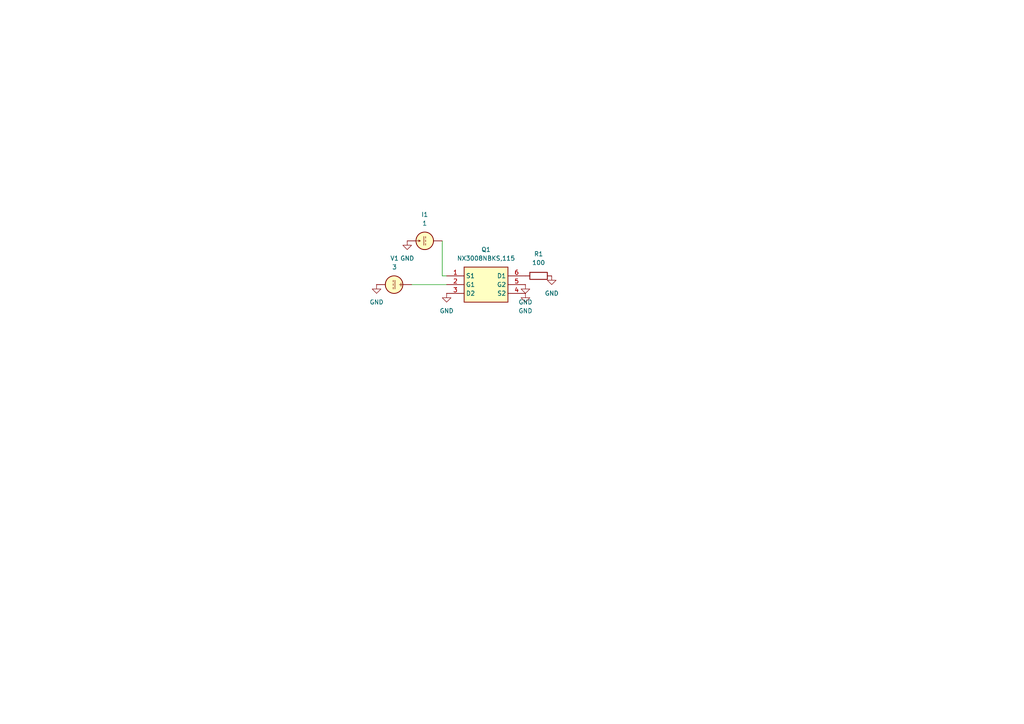
<source format=kicad_sch>
(kicad_sch
	(version 20250114)
	(generator "eeschema")
	(generator_version "9.0")
	(uuid "928f87b2-5262-4c59-90f0-537d3b38a74e")
	(paper "A4")
	(lib_symbols
		(symbol "Device:R"
			(pin_numbers
				(hide yes)
			)
			(pin_names
				(offset 0)
			)
			(exclude_from_sim no)
			(in_bom yes)
			(on_board yes)
			(property "Reference" "R"
				(at 2.032 0 90)
				(effects
					(font
						(size 1.27 1.27)
					)
				)
			)
			(property "Value" "R"
				(at 0 0 90)
				(effects
					(font
						(size 1.27 1.27)
					)
				)
			)
			(property "Footprint" ""
				(at -1.778 0 90)
				(effects
					(font
						(size 1.27 1.27)
					)
					(hide yes)
				)
			)
			(property "Datasheet" "~"
				(at 0 0 0)
				(effects
					(font
						(size 1.27 1.27)
					)
					(hide yes)
				)
			)
			(property "Description" "Resistor"
				(at 0 0 0)
				(effects
					(font
						(size 1.27 1.27)
					)
					(hide yes)
				)
			)
			(property "ki_keywords" "R res resistor"
				(at 0 0 0)
				(effects
					(font
						(size 1.27 1.27)
					)
					(hide yes)
				)
			)
			(property "ki_fp_filters" "R_*"
				(at 0 0 0)
				(effects
					(font
						(size 1.27 1.27)
					)
					(hide yes)
				)
			)
			(symbol "R_0_1"
				(rectangle
					(start -1.016 -2.54)
					(end 1.016 2.54)
					(stroke
						(width 0.254)
						(type default)
					)
					(fill
						(type none)
					)
				)
			)
			(symbol "R_1_1"
				(pin passive line
					(at 0 3.81 270)
					(length 1.27)
					(name "~"
						(effects
							(font
								(size 1.27 1.27)
							)
						)
					)
					(number "1"
						(effects
							(font
								(size 1.27 1.27)
							)
						)
					)
				)
				(pin passive line
					(at 0 -3.81 90)
					(length 1.27)
					(name "~"
						(effects
							(font
								(size 1.27 1.27)
							)
						)
					)
					(number "2"
						(effects
							(font
								(size 1.27 1.27)
							)
						)
					)
				)
			)
			(embedded_fonts no)
		)
		(symbol "Simulation_SPICE:IDC"
			(pin_numbers
				(hide yes)
			)
			(pin_names
				(offset 0.0254)
			)
			(exclude_from_sim no)
			(in_bom yes)
			(on_board yes)
			(property "Reference" "I"
				(at 2.54 2.54 0)
				(effects
					(font
						(size 1.27 1.27)
					)
					(justify left)
				)
			)
			(property "Value" "1"
				(at 2.54 0 0)
				(effects
					(font
						(size 1.27 1.27)
					)
					(justify left)
				)
			)
			(property "Footprint" ""
				(at 0 0 0)
				(effects
					(font
						(size 1.27 1.27)
					)
					(hide yes)
				)
			)
			(property "Datasheet" "https://ngspice.sourceforge.io/docs/ngspice-html-manual/manual.xhtml#sec_Independent_Sources_for"
				(at 0 0 0)
				(effects
					(font
						(size 1.27 1.27)
					)
					(hide yes)
				)
			)
			(property "Description" "Current source, DC"
				(at 0 0 0)
				(effects
					(font
						(size 1.27 1.27)
					)
					(hide yes)
				)
			)
			(property "Sim.Pins" "1=+ 2=-"
				(at 0 0 0)
				(effects
					(font
						(size 1.27 1.27)
					)
					(hide yes)
				)
			)
			(property "Sim.Type" "DC"
				(at 0 0 0)
				(effects
					(font
						(size 1.27 1.27)
					)
					(hide yes)
				)
			)
			(property "Sim.Device" "I"
				(at 0 0 0)
				(effects
					(font
						(size 1.27 1.27)
					)
					(hide yes)
				)
			)
			(property "ki_keywords" "simulation"
				(at 0 0 0)
				(effects
					(font
						(size 1.27 1.27)
					)
					(hide yes)
				)
			)
			(symbol "IDC_0_0"
				(polyline
					(pts
						(xy -1.27 0.254) (xy 1.27 0.254)
					)
					(stroke
						(width 0)
						(type default)
					)
					(fill
						(type none)
					)
				)
				(polyline
					(pts
						(xy -0.762 -0.254) (xy -1.27 -0.254)
					)
					(stroke
						(width 0)
						(type default)
					)
					(fill
						(type none)
					)
				)
				(polyline
					(pts
						(xy 0.254 -0.254) (xy -0.254 -0.254)
					)
					(stroke
						(width 0)
						(type default)
					)
					(fill
						(type none)
					)
				)
				(polyline
					(pts
						(xy 1.27 -0.254) (xy 0.762 -0.254)
					)
					(stroke
						(width 0)
						(type default)
					)
					(fill
						(type none)
					)
				)
			)
			(symbol "IDC_0_1"
				(polyline
					(pts
						(xy -0.254 1.778) (xy 0 1.27) (xy 0.254 1.778)
					)
					(stroke
						(width 0)
						(type default)
					)
					(fill
						(type none)
					)
				)
				(polyline
					(pts
						(xy 0 1.27) (xy 0 2.286)
					)
					(stroke
						(width 0)
						(type default)
					)
					(fill
						(type none)
					)
				)
				(circle
					(center 0 0)
					(radius 2.54)
					(stroke
						(width 0.254)
						(type default)
					)
					(fill
						(type background)
					)
				)
			)
			(symbol "IDC_1_1"
				(pin passive line
					(at 0 5.08 270)
					(length 2.54)
					(name "~"
						(effects
							(font
								(size 1.27 1.27)
							)
						)
					)
					(number "1"
						(effects
							(font
								(size 1.27 1.27)
							)
						)
					)
				)
				(pin passive line
					(at 0 -5.08 90)
					(length 2.54)
					(name "~"
						(effects
							(font
								(size 1.27 1.27)
							)
						)
					)
					(number "2"
						(effects
							(font
								(size 1.27 1.27)
							)
						)
					)
				)
			)
			(embedded_fonts no)
		)
		(symbol "Simulation_SPICE:VDC"
			(pin_numbers
				(hide yes)
			)
			(pin_names
				(offset 0.0254)
			)
			(exclude_from_sim no)
			(in_bom yes)
			(on_board yes)
			(property "Reference" "V"
				(at 2.54 2.54 0)
				(effects
					(font
						(size 1.27 1.27)
					)
					(justify left)
				)
			)
			(property "Value" "1"
				(at 2.54 0 0)
				(effects
					(font
						(size 1.27 1.27)
					)
					(justify left)
				)
			)
			(property "Footprint" ""
				(at 0 0 0)
				(effects
					(font
						(size 1.27 1.27)
					)
					(hide yes)
				)
			)
			(property "Datasheet" "https://ngspice.sourceforge.io/docs/ngspice-html-manual/manual.xhtml#sec_Independent_Sources_for"
				(at 0 0 0)
				(effects
					(font
						(size 1.27 1.27)
					)
					(hide yes)
				)
			)
			(property "Description" "Voltage source, DC"
				(at 0 0 0)
				(effects
					(font
						(size 1.27 1.27)
					)
					(hide yes)
				)
			)
			(property "Sim.Pins" "1=+ 2=-"
				(at 0 0 0)
				(effects
					(font
						(size 1.27 1.27)
					)
					(hide yes)
				)
			)
			(property "Sim.Type" "DC"
				(at 0 0 0)
				(effects
					(font
						(size 1.27 1.27)
					)
					(hide yes)
				)
			)
			(property "Sim.Device" "V"
				(at 0 0 0)
				(effects
					(font
						(size 1.27 1.27)
					)
					(justify left)
					(hide yes)
				)
			)
			(property "ki_keywords" "simulation"
				(at 0 0 0)
				(effects
					(font
						(size 1.27 1.27)
					)
					(hide yes)
				)
			)
			(symbol "VDC_0_0"
				(polyline
					(pts
						(xy -1.27 0.254) (xy 1.27 0.254)
					)
					(stroke
						(width 0)
						(type default)
					)
					(fill
						(type none)
					)
				)
				(polyline
					(pts
						(xy -0.762 -0.254) (xy -1.27 -0.254)
					)
					(stroke
						(width 0)
						(type default)
					)
					(fill
						(type none)
					)
				)
				(polyline
					(pts
						(xy 0.254 -0.254) (xy -0.254 -0.254)
					)
					(stroke
						(width 0)
						(type default)
					)
					(fill
						(type none)
					)
				)
				(polyline
					(pts
						(xy 1.27 -0.254) (xy 0.762 -0.254)
					)
					(stroke
						(width 0)
						(type default)
					)
					(fill
						(type none)
					)
				)
				(text "+"
					(at 0 1.905 0)
					(effects
						(font
							(size 1.27 1.27)
						)
					)
				)
			)
			(symbol "VDC_0_1"
				(circle
					(center 0 0)
					(radius 2.54)
					(stroke
						(width 0.254)
						(type default)
					)
					(fill
						(type background)
					)
				)
			)
			(symbol "VDC_1_1"
				(pin passive line
					(at 0 5.08 270)
					(length 2.54)
					(name "~"
						(effects
							(font
								(size 1.27 1.27)
							)
						)
					)
					(number "1"
						(effects
							(font
								(size 1.27 1.27)
							)
						)
					)
				)
				(pin passive line
					(at 0 -5.08 90)
					(length 2.54)
					(name "~"
						(effects
							(font
								(size 1.27 1.27)
							)
						)
					)
					(number "2"
						(effects
							(font
								(size 1.27 1.27)
							)
						)
					)
				)
			)
			(embedded_fonts no)
		)
		(symbol "custom:NX3008NBKS,115"
			(exclude_from_sim no)
			(in_bom yes)
			(on_board yes)
			(property "Reference" "Q"
				(at 19.05 7.62 0)
				(effects
					(font
						(size 1.27 1.27)
					)
					(justify left top)
				)
			)
			(property "Value" "NX3008NBKS,115"
				(at 19.05 5.08 0)
				(effects
					(font
						(size 1.27 1.27)
					)
					(justify left top)
				)
			)
			(property "Footprint" "custom:SOT65P210X110-6N"
				(at 19.05 -94.92 0)
				(effects
					(font
						(size 1.27 1.27)
					)
					(justify left top)
					(hide yes)
				)
			)
			(property "Datasheet" "https://assets.nexperia.com/documents/data-sheet/NX3008NBKS.pdf"
				(at 19.05 -194.92 0)
				(effects
					(font
						(size 1.27 1.27)
					)
					(justify left top)
					(hide yes)
				)
			)
			(property "Description" "MOSFET 30V 350 MA DUAL N-CH TRENCH MOSFET"
				(at 0 0 0)
				(effects
					(font
						(size 1.27 1.27)
					)
					(hide yes)
				)
			)
			(property "Height" "1.1"
				(at 19.05 -394.92 0)
				(effects
					(font
						(size 1.27 1.27)
					)
					(justify left top)
					(hide yes)
				)
			)
			(property "Manufacturer_Name" "Nexperia"
				(at 19.05 -494.92 0)
				(effects
					(font
						(size 1.27 1.27)
					)
					(justify left top)
					(hide yes)
				)
			)
			(property "Manufacturer_Part_Number" "NX3008NBKS,115"
				(at 19.05 -594.92 0)
				(effects
					(font
						(size 1.27 1.27)
					)
					(justify left top)
					(hide yes)
				)
			)
			(property "Mouser Part Number" "771-NX3008NBKS,115"
				(at 19.05 -694.92 0)
				(effects
					(font
						(size 1.27 1.27)
					)
					(justify left top)
					(hide yes)
				)
			)
			(property "Mouser Price/Stock" "https://www.mouser.co.uk/ProductDetail/Nexperia/NX3008NBKS115?qs=N31o%252Bt096gvSMWdFEcaa8A%3D%3D"
				(at 19.05 -794.92 0)
				(effects
					(font
						(size 1.27 1.27)
					)
					(justify left top)
					(hide yes)
				)
			)
			(property "Arrow Part Number" "NX3008NBKS,115"
				(at 19.05 -894.92 0)
				(effects
					(font
						(size 1.27 1.27)
					)
					(justify left top)
					(hide yes)
				)
			)
			(property "Arrow Price/Stock" "https://www.arrow.com/en/products/nx3008nbks115/nexperia?utm_currency=USD&region=nac"
				(at 19.05 -994.92 0)
				(effects
					(font
						(size 1.27 1.27)
					)
					(justify left top)
					(hide yes)
				)
			)
			(property "Sim.Library" "models\\NX3008NBKS_115\\NX3008NBKS_115.lib"
				(at 0 0 0)
				(effects
					(font
						(size 1.27 1.27)
					)
					(hide yes)
				)
			)
			(property "Sim.Name" "NX3008NBKS"
				(at 0 0 0)
				(effects
					(font
						(size 1.27 1.27)
					)
					(hide yes)
				)
			)
			(property "Sim.Device" "SUBCKT"
				(at 0 0 0)
				(effects
					(font
						(size 1.27 1.27)
					)
					(hide yes)
				)
			)
			(property "Sim.Pins" "1=SOURCE1 2=GATE1 3=DRAIN2 4=SOURCE2 5=GATE2 6=DRAIN1"
				(at 0 0 0)
				(effects
					(font
						(size 1.27 1.27)
					)
					(hide yes)
				)
			)
			(symbol "NX3008NBKS,115_1_1"
				(rectangle
					(start 5.08 2.54)
					(end 17.78 -7.62)
					(stroke
						(width 0.254)
						(type default)
					)
					(fill
						(type background)
					)
				)
				(pin passive line
					(at 0 0 0)
					(length 5.08)
					(name "S1"
						(effects
							(font
								(size 1.27 1.27)
							)
						)
					)
					(number "1"
						(effects
							(font
								(size 1.27 1.27)
							)
						)
					)
				)
				(pin passive line
					(at 0 -2.54 0)
					(length 5.08)
					(name "G1"
						(effects
							(font
								(size 1.27 1.27)
							)
						)
					)
					(number "2"
						(effects
							(font
								(size 1.27 1.27)
							)
						)
					)
				)
				(pin passive line
					(at 0 -5.08 0)
					(length 5.08)
					(name "D2"
						(effects
							(font
								(size 1.27 1.27)
							)
						)
					)
					(number "3"
						(effects
							(font
								(size 1.27 1.27)
							)
						)
					)
				)
				(pin passive line
					(at 22.86 0 180)
					(length 5.08)
					(name "D1"
						(effects
							(font
								(size 1.27 1.27)
							)
						)
					)
					(number "6"
						(effects
							(font
								(size 1.27 1.27)
							)
						)
					)
				)
				(pin passive line
					(at 22.86 -2.54 180)
					(length 5.08)
					(name "G2"
						(effects
							(font
								(size 1.27 1.27)
							)
						)
					)
					(number "5"
						(effects
							(font
								(size 1.27 1.27)
							)
						)
					)
				)
				(pin passive line
					(at 22.86 -5.08 180)
					(length 5.08)
					(name "S2"
						(effects
							(font
								(size 1.27 1.27)
							)
						)
					)
					(number "4"
						(effects
							(font
								(size 1.27 1.27)
							)
						)
					)
				)
			)
			(embedded_fonts no)
		)
		(symbol "power:GND"
			(power)
			(pin_numbers
				(hide yes)
			)
			(pin_names
				(offset 0)
				(hide yes)
			)
			(exclude_from_sim no)
			(in_bom yes)
			(on_board yes)
			(property "Reference" "#PWR"
				(at 0 -6.35 0)
				(effects
					(font
						(size 1.27 1.27)
					)
					(hide yes)
				)
			)
			(property "Value" "GND"
				(at 0 -3.81 0)
				(effects
					(font
						(size 1.27 1.27)
					)
				)
			)
			(property "Footprint" ""
				(at 0 0 0)
				(effects
					(font
						(size 1.27 1.27)
					)
					(hide yes)
				)
			)
			(property "Datasheet" ""
				(at 0 0 0)
				(effects
					(font
						(size 1.27 1.27)
					)
					(hide yes)
				)
			)
			(property "Description" "Power symbol creates a global label with name \"GND\" , ground"
				(at 0 0 0)
				(effects
					(font
						(size 1.27 1.27)
					)
					(hide yes)
				)
			)
			(property "ki_keywords" "global power"
				(at 0 0 0)
				(effects
					(font
						(size 1.27 1.27)
					)
					(hide yes)
				)
			)
			(symbol "GND_0_1"
				(polyline
					(pts
						(xy 0 0) (xy 0 -1.27) (xy 1.27 -1.27) (xy 0 -2.54) (xy -1.27 -1.27) (xy 0 -1.27)
					)
					(stroke
						(width 0)
						(type default)
					)
					(fill
						(type none)
					)
				)
			)
			(symbol "GND_1_1"
				(pin power_in line
					(at 0 0 270)
					(length 0)
					(name "~"
						(effects
							(font
								(size 1.27 1.27)
							)
						)
					)
					(number "1"
						(effects
							(font
								(size 1.27 1.27)
							)
						)
					)
				)
			)
			(embedded_fonts no)
		)
	)
	(wire
		(pts
			(xy 128.27 69.85) (xy 128.27 80.01)
		)
		(stroke
			(width 0)
			(type default)
		)
		(uuid "05b2c7e6-cba7-4f75-999d-320e92e8e4c2")
	)
	(wire
		(pts
			(xy 128.27 80.01) (xy 129.54 80.01)
		)
		(stroke
			(width 0)
			(type default)
		)
		(uuid "d7aa0a10-ab93-4e6e-816c-5a6c4b73665a")
	)
	(wire
		(pts
			(xy 119.38 82.55) (xy 129.54 82.55)
		)
		(stroke
			(width 0)
			(type default)
		)
		(uuid "db68970b-47af-4fd6-aa5c-77bf36dafb9b")
	)
	(symbol
		(lib_id "power:GND")
		(at 118.11 69.85 0)
		(unit 1)
		(exclude_from_sim no)
		(in_bom yes)
		(on_board yes)
		(dnp no)
		(fields_autoplaced yes)
		(uuid "01c3ad06-9f05-4e96-ae47-4d597baec112")
		(property "Reference" "#PWR02"
			(at 118.11 76.2 0)
			(effects
				(font
					(size 1.27 1.27)
				)
				(hide yes)
			)
		)
		(property "Value" "GND"
			(at 118.11 74.93 0)
			(effects
				(font
					(size 1.27 1.27)
				)
			)
		)
		(property "Footprint" ""
			(at 118.11 69.85 0)
			(effects
				(font
					(size 1.27 1.27)
				)
				(hide yes)
			)
		)
		(property "Datasheet" ""
			(at 118.11 69.85 0)
			(effects
				(font
					(size 1.27 1.27)
				)
				(hide yes)
			)
		)
		(property "Description" "Power symbol creates a global label with name \"GND\" , ground"
			(at 118.11 69.85 0)
			(effects
				(font
					(size 1.27 1.27)
				)
				(hide yes)
			)
		)
		(pin "1"
			(uuid "f714314f-f640-4454-8ab9-aae655f8f48a")
		)
		(instances
			(project "orti"
				(path "/928f87b2-5262-4c59-90f0-537d3b38a74e"
					(reference "#PWR02")
					(unit 1)
				)
			)
		)
	)
	(symbol
		(lib_id "power:GND")
		(at 152.4 85.09 0)
		(unit 1)
		(exclude_from_sim no)
		(in_bom yes)
		(on_board yes)
		(dnp no)
		(fields_autoplaced yes)
		(uuid "47acda97-2f68-436f-ac08-d0e0ce2c024f")
		(property "Reference" "#PWR04"
			(at 152.4 91.44 0)
			(effects
				(font
					(size 1.27 1.27)
				)
				(hide yes)
			)
		)
		(property "Value" "GND"
			(at 152.4 90.17 0)
			(effects
				(font
					(size 1.27 1.27)
				)
			)
		)
		(property "Footprint" ""
			(at 152.4 85.09 0)
			(effects
				(font
					(size 1.27 1.27)
				)
				(hide yes)
			)
		)
		(property "Datasheet" ""
			(at 152.4 85.09 0)
			(effects
				(font
					(size 1.27 1.27)
				)
				(hide yes)
			)
		)
		(property "Description" "Power symbol creates a global label with name \"GND\" , ground"
			(at 152.4 85.09 0)
			(effects
				(font
					(size 1.27 1.27)
				)
				(hide yes)
			)
		)
		(pin "1"
			(uuid "0218af6f-bb8e-4766-86b3-d2439fb15c2c")
		)
		(instances
			(project "orti"
				(path "/928f87b2-5262-4c59-90f0-537d3b38a74e"
					(reference "#PWR04")
					(unit 1)
				)
			)
		)
	)
	(symbol
		(lib_id "Device:R")
		(at 156.21 80.01 90)
		(unit 1)
		(exclude_from_sim no)
		(in_bom yes)
		(on_board yes)
		(dnp no)
		(fields_autoplaced yes)
		(uuid "507278c6-f968-4b4d-9058-c277382d4439")
		(property "Reference" "R1"
			(at 156.21 73.66 90)
			(effects
				(font
					(size 1.27 1.27)
				)
			)
		)
		(property "Value" "100"
			(at 156.21 76.2 90)
			(effects
				(font
					(size 1.27 1.27)
				)
			)
		)
		(property "Footprint" ""
			(at 156.21 81.788 90)
			(effects
				(font
					(size 1.27 1.27)
				)
				(hide yes)
			)
		)
		(property "Datasheet" "~"
			(at 156.21 80.01 0)
			(effects
				(font
					(size 1.27 1.27)
				)
				(hide yes)
			)
		)
		(property "Description" "Resistor"
			(at 156.21 80.01 0)
			(effects
				(font
					(size 1.27 1.27)
				)
				(hide yes)
			)
		)
		(pin "1"
			(uuid "e44caf45-0aa5-45a3-8948-6f8a55abc95b")
		)
		(pin "2"
			(uuid "803862e7-c533-4b88-8081-3f1b16c1e7c1")
		)
		(instances
			(project ""
				(path "/928f87b2-5262-4c59-90f0-537d3b38a74e"
					(reference "R1")
					(unit 1)
				)
			)
		)
	)
	(symbol
		(lib_id "power:GND")
		(at 160.02 80.01 0)
		(unit 1)
		(exclude_from_sim no)
		(in_bom yes)
		(on_board yes)
		(dnp no)
		(fields_autoplaced yes)
		(uuid "7283dc4b-82fd-40cc-8c64-f8143732478b")
		(property "Reference" "#PWR05"
			(at 160.02 86.36 0)
			(effects
				(font
					(size 1.27 1.27)
				)
				(hide yes)
			)
		)
		(property "Value" "GND"
			(at 160.02 85.09 0)
			(effects
				(font
					(size 1.27 1.27)
				)
			)
		)
		(property "Footprint" ""
			(at 160.02 80.01 0)
			(effects
				(font
					(size 1.27 1.27)
				)
				(hide yes)
			)
		)
		(property "Datasheet" ""
			(at 160.02 80.01 0)
			(effects
				(font
					(size 1.27 1.27)
				)
				(hide yes)
			)
		)
		(property "Description" "Power symbol creates a global label with name \"GND\" , ground"
			(at 160.02 80.01 0)
			(effects
				(font
					(size 1.27 1.27)
				)
				(hide yes)
			)
		)
		(pin "1"
			(uuid "d9394ebd-6938-48bd-96de-9065671ac917")
		)
		(instances
			(project "orti"
				(path "/928f87b2-5262-4c59-90f0-537d3b38a74e"
					(reference "#PWR05")
					(unit 1)
				)
			)
		)
	)
	(symbol
		(lib_id "custom:NX3008NBKS,115")
		(at 129.54 80.01 0)
		(unit 1)
		(exclude_from_sim no)
		(in_bom yes)
		(on_board yes)
		(dnp no)
		(fields_autoplaced yes)
		(uuid "77315465-0c54-4553-a5d6-9b5e35633556")
		(property "Reference" "Q1"
			(at 140.97 72.39 0)
			(effects
				(font
					(size 1.27 1.27)
				)
			)
		)
		(property "Value" "NX3008NBKS,115"
			(at 140.97 74.93 0)
			(effects
				(font
					(size 1.27 1.27)
				)
			)
		)
		(property "Footprint" "custom:SOT65P210X110-6N"
			(at 148.59 174.93 0)
			(effects
				(font
					(size 1.27 1.27)
				)
				(justify left top)
				(hide yes)
			)
		)
		(property "Datasheet" "https://assets.nexperia.com/documents/data-sheet/NX3008NBKS.pdf"
			(at 148.59 274.93 0)
			(effects
				(font
					(size 1.27 1.27)
				)
				(justify left top)
				(hide yes)
			)
		)
		(property "Description" "MOSFET 30V 350 MA DUAL N-CH TRENCH MOSFET"
			(at 129.54 80.01 0)
			(effects
				(font
					(size 1.27 1.27)
				)
				(hide yes)
			)
		)
		(property "Height" "1.1"
			(at 148.59 474.93 0)
			(effects
				(font
					(size 1.27 1.27)
				)
				(justify left top)
				(hide yes)
			)
		)
		(property "Manufacturer_Name" "Nexperia"
			(at 148.59 574.93 0)
			(effects
				(font
					(size 1.27 1.27)
				)
				(justify left top)
				(hide yes)
			)
		)
		(property "Manufacturer_Part_Number" "NX3008NBKS,115"
			(at 148.59 674.93 0)
			(effects
				(font
					(size 1.27 1.27)
				)
				(justify left top)
				(hide yes)
			)
		)
		(property "Mouser Part Number" "771-NX3008NBKS,115"
			(at 148.59 774.93 0)
			(effects
				(font
					(size 1.27 1.27)
				)
				(justify left top)
				(hide yes)
			)
		)
		(property "Mouser Price/Stock" "https://www.mouser.co.uk/ProductDetail/Nexperia/NX3008NBKS115?qs=N31o%252Bt096gvSMWdFEcaa8A%3D%3D"
			(at 148.59 874.93 0)
			(effects
				(font
					(size 1.27 1.27)
				)
				(justify left top)
				(hide yes)
			)
		)
		(property "Arrow Part Number" "NX3008NBKS,115"
			(at 148.59 974.93 0)
			(effects
				(font
					(size 1.27 1.27)
				)
				(justify left top)
				(hide yes)
			)
		)
		(property "Arrow Price/Stock" "https://www.arrow.com/en/products/nx3008nbks115/nexperia?utm_currency=USD&region=nac"
			(at 148.59 1074.93 0)
			(effects
				(font
					(size 1.27 1.27)
				)
				(justify left top)
				(hide yes)
			)
		)
		(property "Sim.Library" "models\\NX3008NBKS_115\\NX3008NBKS_115.lib"
			(at 129.54 80.01 0)
			(effects
				(font
					(size 1.27 1.27)
				)
				(hide yes)
			)
		)
		(property "Sim.Name" "NX3008NBKS"
			(at 129.54 80.01 0)
			(effects
				(font
					(size 1.27 1.27)
				)
				(hide yes)
			)
		)
		(property "Sim.Device" "SUBCKT"
			(at 129.54 80.01 0)
			(effects
				(font
					(size 1.27 1.27)
				)
				(hide yes)
			)
		)
		(property "Sim.Pins" "1=SOURCE1 2=GATE1 3=DRAIN2 4=SOURCE2 5=GATE2 6=DRAIN1"
			(at 129.54 80.01 0)
			(effects
				(font
					(size 1.27 1.27)
				)
				(hide yes)
			)
		)
		(pin "6"
			(uuid "8611323b-425c-44c9-a3a2-a955a9331e87")
		)
		(pin "1"
			(uuid "7083078b-421f-4eab-83f3-b72dbce1ac2b")
		)
		(pin "2"
			(uuid "6ea4553b-ee0d-4b60-af45-9be2e9534e61")
		)
		(pin "3"
			(uuid "5a5b820c-aedb-4593-a43e-0ad203ac8e35")
		)
		(pin "4"
			(uuid "cab0bf19-f9d9-4d7c-ae90-a629b46773cf")
		)
		(pin "5"
			(uuid "f6dbcc16-b237-4fe2-9f10-78cca53c8362")
		)
		(instances
			(project ""
				(path "/928f87b2-5262-4c59-90f0-537d3b38a74e"
					(reference "Q1")
					(unit 1)
				)
			)
		)
	)
	(symbol
		(lib_id "power:GND")
		(at 109.22 82.55 0)
		(unit 1)
		(exclude_from_sim no)
		(in_bom yes)
		(on_board yes)
		(dnp no)
		(fields_autoplaced yes)
		(uuid "f28429b1-4dec-4f09-8626-4d55ec2760f8")
		(property "Reference" "#PWR01"
			(at 109.22 88.9 0)
			(effects
				(font
					(size 1.27 1.27)
				)
				(hide yes)
			)
		)
		(property "Value" "GND"
			(at 109.22 87.63 0)
			(effects
				(font
					(size 1.27 1.27)
				)
			)
		)
		(property "Footprint" ""
			(at 109.22 82.55 0)
			(effects
				(font
					(size 1.27 1.27)
				)
				(hide yes)
			)
		)
		(property "Datasheet" ""
			(at 109.22 82.55 0)
			(effects
				(font
					(size 1.27 1.27)
				)
				(hide yes)
			)
		)
		(property "Description" "Power symbol creates a global label with name \"GND\" , ground"
			(at 109.22 82.55 0)
			(effects
				(font
					(size 1.27 1.27)
				)
				(hide yes)
			)
		)
		(pin "1"
			(uuid "52cda298-e829-4735-a8e0-4c0a86c7dcb9")
		)
		(instances
			(project ""
				(path "/928f87b2-5262-4c59-90f0-537d3b38a74e"
					(reference "#PWR01")
					(unit 1)
				)
			)
		)
	)
	(symbol
		(lib_id "power:GND")
		(at 129.54 85.09 0)
		(unit 1)
		(exclude_from_sim no)
		(in_bom yes)
		(on_board yes)
		(dnp no)
		(fields_autoplaced yes)
		(uuid "f6d83bb7-89fb-4f95-8aac-bcf718f70717")
		(property "Reference" "#PWR03"
			(at 129.54 91.44 0)
			(effects
				(font
					(size 1.27 1.27)
				)
				(hide yes)
			)
		)
		(property "Value" "GND"
			(at 129.54 90.17 0)
			(effects
				(font
					(size 1.27 1.27)
				)
			)
		)
		(property "Footprint" ""
			(at 129.54 85.09 0)
			(effects
				(font
					(size 1.27 1.27)
				)
				(hide yes)
			)
		)
		(property "Datasheet" ""
			(at 129.54 85.09 0)
			(effects
				(font
					(size 1.27 1.27)
				)
				(hide yes)
			)
		)
		(property "Description" "Power symbol creates a global label with name \"GND\" , ground"
			(at 129.54 85.09 0)
			(effects
				(font
					(size 1.27 1.27)
				)
				(hide yes)
			)
		)
		(pin "1"
			(uuid "8a7009e3-228e-45e6-b56b-18e2b420b159")
		)
		(instances
			(project "orti"
				(path "/928f87b2-5262-4c59-90f0-537d3b38a74e"
					(reference "#PWR03")
					(unit 1)
				)
			)
		)
	)
	(symbol
		(lib_id "power:GND")
		(at 152.4 82.55 0)
		(unit 1)
		(exclude_from_sim no)
		(in_bom yes)
		(on_board yes)
		(dnp no)
		(fields_autoplaced yes)
		(uuid "fa3b5b00-3518-4d5a-acbb-13ca494a421f")
		(property "Reference" "#PWR06"
			(at 152.4 88.9 0)
			(effects
				(font
					(size 1.27 1.27)
				)
				(hide yes)
			)
		)
		(property "Value" "GND"
			(at 152.4 87.63 0)
			(effects
				(font
					(size 1.27 1.27)
				)
			)
		)
		(property "Footprint" ""
			(at 152.4 82.55 0)
			(effects
				(font
					(size 1.27 1.27)
				)
				(hide yes)
			)
		)
		(property "Datasheet" ""
			(at 152.4 82.55 0)
			(effects
				(font
					(size 1.27 1.27)
				)
				(hide yes)
			)
		)
		(property "Description" "Power symbol creates a global label with name \"GND\" , ground"
			(at 152.4 82.55 0)
			(effects
				(font
					(size 1.27 1.27)
				)
				(hide yes)
			)
		)
		(pin "1"
			(uuid "63fa9a54-bd0d-4cb8-9144-b09b0119d11f")
		)
		(instances
			(project "orti"
				(path "/928f87b2-5262-4c59-90f0-537d3b38a74e"
					(reference "#PWR06")
					(unit 1)
				)
			)
		)
	)
	(symbol
		(lib_id "Simulation_SPICE:IDC")
		(at 123.19 69.85 90)
		(unit 1)
		(exclude_from_sim no)
		(in_bom yes)
		(on_board yes)
		(dnp no)
		(fields_autoplaced yes)
		(uuid "fb0a4587-d7b6-45a2-bed0-61ae9b66ba21")
		(property "Reference" "I1"
			(at 123.19 62.23 90)
			(effects
				(font
					(size 1.27 1.27)
				)
			)
		)
		(property "Value" "1"
			(at 123.19 64.77 90)
			(effects
				(font
					(size 1.27 1.27)
				)
			)
		)
		(property "Footprint" ""
			(at 123.19 69.85 0)
			(effects
				(font
					(size 1.27 1.27)
				)
				(hide yes)
			)
		)
		(property "Datasheet" "https://ngspice.sourceforge.io/docs/ngspice-html-manual/manual.xhtml#sec_Independent_Sources_for"
			(at 123.19 69.85 0)
			(effects
				(font
					(size 1.27 1.27)
				)
				(hide yes)
			)
		)
		(property "Description" "Current source, DC"
			(at 123.19 69.85 0)
			(effects
				(font
					(size 1.27 1.27)
				)
				(hide yes)
			)
		)
		(property "Sim.Pins" "1=+ 2=-"
			(at 123.19 69.85 0)
			(effects
				(font
					(size 1.27 1.27)
				)
				(hide yes)
			)
		)
		(property "Sim.Type" "DC"
			(at 123.19 69.85 0)
			(effects
				(font
					(size 1.27 1.27)
				)
				(hide yes)
			)
		)
		(property "Sim.Device" "I"
			(at 123.19 69.85 0)
			(effects
				(font
					(size 1.27 1.27)
				)
				(hide yes)
			)
		)
		(pin "1"
			(uuid "cc276bcc-8fc2-4dfe-808c-f7f5dd8b1c12")
		)
		(pin "2"
			(uuid "0515c64c-f3e3-4212-99b7-36fbf2a16992")
		)
		(instances
			(project ""
				(path "/928f87b2-5262-4c59-90f0-537d3b38a74e"
					(reference "I1")
					(unit 1)
				)
			)
		)
	)
	(symbol
		(lib_id "Simulation_SPICE:VDC")
		(at 114.3 82.55 270)
		(unit 1)
		(exclude_from_sim no)
		(in_bom yes)
		(on_board yes)
		(dnp no)
		(fields_autoplaced yes)
		(uuid "ff1d65b7-b54a-4bd5-8958-a200f19877a3")
		(property "Reference" "V1"
			(at 114.4298 74.93 90)
			(effects
				(font
					(size 1.27 1.27)
				)
			)
		)
		(property "Value" "3"
			(at 114.4298 77.47 90)
			(effects
				(font
					(size 1.27 1.27)
				)
			)
		)
		(property "Footprint" ""
			(at 114.3 82.55 0)
			(effects
				(font
					(size 1.27 1.27)
				)
				(hide yes)
			)
		)
		(property "Datasheet" "https://ngspice.sourceforge.io/docs/ngspice-html-manual/manual.xhtml#sec_Independent_Sources_for"
			(at 114.3 82.55 0)
			(effects
				(font
					(size 1.27 1.27)
				)
				(hide yes)
			)
		)
		(property "Description" "Voltage source, DC"
			(at 114.3 82.55 0)
			(effects
				(font
					(size 1.27 1.27)
				)
				(hide yes)
			)
		)
		(property "Sim.Pins" "1=+ 2=-"
			(at 114.3 82.55 0)
			(effects
				(font
					(size 1.27 1.27)
				)
				(hide yes)
			)
		)
		(property "Sim.Type" "DC"
			(at 114.3 82.55 0)
			(effects
				(font
					(size 1.27 1.27)
				)
				(hide yes)
			)
		)
		(property "Sim.Device" "V"
			(at 114.3 82.55 0)
			(effects
				(font
					(size 1.27 1.27)
				)
				(justify left)
				(hide yes)
			)
		)
		(pin "1"
			(uuid "5a17d3ae-fd48-4b45-9bdf-c47ecd67d25f")
		)
		(pin "2"
			(uuid "b2cb476a-b290-4c15-9b6e-a114306feff3")
		)
		(instances
			(project ""
				(path "/928f87b2-5262-4c59-90f0-537d3b38a74e"
					(reference "V1")
					(unit 1)
				)
			)
		)
	)
	(sheet_instances
		(path "/"
			(page "1")
		)
	)
	(embedded_fonts no)
)

</source>
